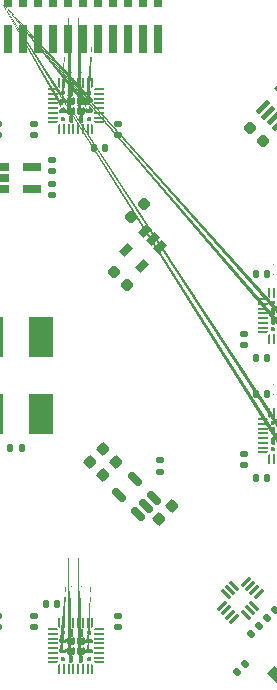
<source format=gbr>
G04 #@! TF.GenerationSoftware,KiCad,Pcbnew,5.99.0-unknown-243631a095~131~ubuntu18.04.1*
G04 #@! TF.CreationDate,2021-09-05T03:56:40+03:00*
G04 #@! TF.ProjectId,FreeEEG128-alpha,46726565-4545-4473-9132-382d616c7068,rev?*
G04 #@! TF.SameCoordinates,Original*
G04 #@! TF.FileFunction,Paste,Top*
G04 #@! TF.FilePolarity,Positive*
%FSLAX46Y46*%
G04 Gerber Fmt 4.6, Leading zero omitted, Abs format (unit mm)*
G04 Created by KiCad (PCBNEW 5.99.0-unknown-243631a095~131~ubuntu18.04.1) date 2021-09-05 03:56:40*
%MOMM*%
%LPD*%
G01*
G04 APERTURE LIST*
G04 Aperture macros list*
%AMRoundRect*
0 Rectangle with rounded corners*
0 $1 Rounding radius*
0 $2 $3 $4 $5 $6 $7 $8 $9 X,Y pos of 4 corners*
0 Add a 4 corners polygon primitive as box body*
4,1,4,$2,$3,$4,$5,$6,$7,$8,$9,$2,$3,0*
0 Add four circle primitives for the rounded corners*
1,1,$1+$1,$2,$3*
1,1,$1+$1,$4,$5*
1,1,$1+$1,$6,$7*
1,1,$1+$1,$8,$9*
0 Add four rect primitives between the rounded corners*
20,1,$1+$1,$2,$3,$4,$5,0*
20,1,$1+$1,$4,$5,$6,$7,0*
20,1,$1+$1,$6,$7,$8,$9,0*
20,1,$1+$1,$8,$9,$2,$3,0*%
%AMRotRect*
0 Rectangle, with rotation*
0 The origin of the aperture is its center*
0 $1 length*
0 $2 width*
0 $3 Rotation angle, in degrees counterclockwise*
0 Add horizontal line*
21,1,$1,$2,0,0,$3*%
%AMFreePoly0*
4,1,51,0.155869,0.189091,0.163498,0.190299,0.183473,0.180121,0.204796,0.173193,0.209336,0.166944,0.216219,0.163437,0.314605,0.065053,0.318113,0.058169,0.324361,0.053629,0.331288,0.032309,0.341467,0.012332,0.340259,0.004702,0.342646,-0.002645,0.342646,-0.095739,0.337960,-0.110161,0.337960,-0.125324,0.329047,-0.137592,0.324361,-0.152013,0.312094,-0.160926,0.303181,-0.173193,
0.288760,-0.177879,0.276492,-0.186792,0.261329,-0.186792,0.246907,-0.191478,-0.246907,-0.191478,-0.261329,-0.186792,-0.276492,-0.186792,-0.288760,-0.177879,-0.303181,-0.173193,-0.312094,-0.160926,-0.324361,-0.152013,-0.329047,-0.137592,-0.337960,-0.125324,-0.337960,-0.110161,-0.342646,-0.095739,-0.342646,-0.002645,-0.340259,0.004702,-0.341467,0.012332,-0.331289,0.032307,-0.324361,0.053629,
-0.318111,0.058170,-0.314604,0.065053,-0.216219,0.163437,-0.209336,0.166944,-0.204796,0.173193,-0.183473,0.180121,-0.163498,0.190299,-0.155869,0.189091,-0.148522,0.191478,0.148522,0.191478,0.155869,0.189091,0.155869,0.189091,$1*%
%AMFreePoly1*
4,1,51,0.004702,0.340259,0.012332,0.341467,0.032307,0.331289,0.053629,0.324361,0.058170,0.318111,0.065053,0.314604,0.163437,0.216219,0.166944,0.209336,0.173193,0.204796,0.180121,0.183473,0.190299,0.163498,0.189091,0.155869,0.191478,0.148522,0.191478,-0.148522,0.189091,-0.155869,0.190299,-0.163498,0.180121,-0.183473,0.173193,-0.204796,0.166944,-0.209336,0.163437,-0.216219,
0.065053,-0.314604,0.058170,-0.318111,0.053629,-0.324361,0.032307,-0.331289,0.012332,-0.341467,0.004702,-0.340259,-0.002645,-0.342646,-0.095739,-0.342646,-0.110161,-0.337960,-0.125324,-0.337960,-0.137592,-0.329047,-0.152013,-0.324361,-0.160926,-0.312094,-0.173193,-0.303181,-0.177879,-0.288760,-0.186792,-0.276492,-0.186792,-0.261329,-0.191478,-0.246907,-0.191478,0.246907,-0.186792,0.261329,
-0.186792,0.276492,-0.177879,0.288760,-0.173193,0.303181,-0.160926,0.312094,-0.152013,0.324361,-0.137592,0.329047,-0.125324,0.337960,-0.110161,0.337960,-0.095739,0.342646,-0.002645,0.342646,0.004702,0.340259,0.004702,0.340259,$1*%
%AMFreePoly2*
4,1,57,0.195015,0.341746,0.197191,0.342329,0.200525,0.340774,0.218481,0.337608,0.232451,0.325886,0.248978,0.318179,0.318179,0.248978,0.321152,0.244733,0.323103,0.243606,0.324361,0.240149,0.334819,0.225214,0.336409,0.207049,0.342646,0.189911,0.342646,-0.189911,0.341746,-0.195015,0.342329,-0.197191,0.340774,-0.200525,0.337608,-0.218481,0.325886,-0.232451,0.318179,-0.248978,
0.248978,-0.318179,0.244733,-0.321152,0.243606,-0.323103,0.240149,-0.324361,0.225214,-0.334819,0.207049,-0.336409,0.189911,-0.342646,-0.189911,-0.342646,-0.195015,-0.341746,-0.197191,-0.342329,-0.200525,-0.340774,-0.218481,-0.337608,-0.232451,-0.325886,-0.248978,-0.318179,-0.318179,-0.248978,-0.321152,-0.244733,-0.323103,-0.243606,-0.324361,-0.240149,-0.334819,-0.225214,-0.336409,-0.207049,
-0.342646,-0.189911,-0.342646,0.189911,-0.341746,0.195015,-0.342329,0.197191,-0.340774,0.200525,-0.337608,0.218481,-0.325886,0.232451,-0.318179,0.248978,-0.248978,0.318179,-0.244733,0.321152,-0.243606,0.323103,-0.240149,0.324361,-0.225214,0.334819,-0.207049,0.336409,-0.189911,0.342646,0.189911,0.342646,0.195015,0.341746,0.195015,0.341746,$1*%
%AMFreePoly3*
4,1,48,0.110161,0.186792,0.125324,0.186792,0.137592,0.177879,0.152013,0.173193,0.160926,0.160926,0.173193,0.152013,0.177879,0.137592,0.186792,0.125324,0.186792,0.110161,0.191478,0.095739,0.191478,-0.095739,0.186792,-0.110161,0.186792,-0.125324,0.177879,-0.137592,0.173193,-0.152013,0.160926,-0.160926,0.152013,-0.173193,0.137592,-0.177879,0.125324,-0.186792,0.110161,-0.186792,
0.095739,-0.191478,-0.095739,-0.191478,-0.110161,-0.186792,-0.125324,-0.186792,-0.137592,-0.177879,-0.152013,-0.173193,-0.160926,-0.160926,-0.173193,-0.152013,-0.177879,-0.137592,-0.186792,-0.125324,-0.186792,-0.110161,-0.191478,-0.095739,-0.191478,-0.038978,-0.189091,-0.031631,-0.190299,-0.024001,-0.180120,-0.004024,-0.173193,0.017296,-0.166945,0.021836,-0.163437,0.028720,-0.028719,0.163437,
-0.021836,0.166944,-0.017296,0.173193,0.004027,0.180121,0.024002,0.190299,0.031631,0.189091,0.038978,0.191478,0.095739,0.191478,0.110161,0.186792,0.110161,0.186792,$1*%
%AMFreePoly4*
4,1,51,0.261329,0.186792,0.276492,0.186792,0.288760,0.177879,0.303181,0.173193,0.312094,0.160926,0.324361,0.152013,0.329047,0.137592,0.337960,0.125324,0.337960,0.110161,0.342646,0.095739,0.342646,0.002645,0.340259,-0.004702,0.341467,-0.012332,0.331288,-0.032309,0.324361,-0.053629,0.318113,-0.058169,0.314605,-0.065053,0.216219,-0.163437,0.209336,-0.166944,0.204796,-0.173193,
0.183473,-0.180121,0.163498,-0.190299,0.155869,-0.189091,0.148522,-0.191478,-0.148522,-0.191478,-0.155869,-0.189091,-0.163498,-0.190299,-0.183473,-0.180121,-0.204796,-0.173193,-0.209336,-0.166944,-0.216219,-0.163437,-0.314604,-0.065053,-0.318111,-0.058170,-0.324361,-0.053629,-0.331289,-0.032307,-0.341467,-0.012332,-0.340259,-0.004702,-0.342646,0.002645,-0.342646,0.095739,-0.337960,0.110161,
-0.337960,0.125324,-0.329047,0.137592,-0.324361,0.152013,-0.312094,0.160926,-0.303181,0.173193,-0.288760,0.177879,-0.276492,0.186792,-0.261329,0.186792,-0.246907,0.191478,0.246907,0.191478,0.261329,0.186792,0.261329,0.186792,$1*%
%AMFreePoly5*
4,1,48,-0.031631,0.189091,-0.024001,0.190299,-0.004024,0.180120,0.017296,0.173193,0.021836,0.166945,0.028720,0.163437,0.163437,0.028719,0.166944,0.021836,0.173193,0.017296,0.180121,-0.004027,0.190299,-0.024002,0.189091,-0.031631,0.191478,-0.038978,0.191478,-0.095739,0.186792,-0.110161,0.186792,-0.125324,0.177879,-0.137592,0.173193,-0.152013,0.160926,-0.160926,0.152013,-0.173193,
0.137592,-0.177879,0.125324,-0.186792,0.110161,-0.186792,0.095739,-0.191478,-0.095739,-0.191478,-0.110161,-0.186792,-0.125324,-0.186792,-0.137592,-0.177879,-0.152013,-0.173193,-0.160926,-0.160926,-0.173193,-0.152013,-0.177879,-0.137592,-0.186792,-0.125324,-0.186792,-0.110161,-0.191478,-0.095739,-0.191478,0.095739,-0.186792,0.110161,-0.186792,0.125324,-0.177879,0.137592,-0.173193,0.152013,
-0.160926,0.160926,-0.152013,0.173193,-0.137592,0.177879,-0.125324,0.186792,-0.110161,0.186792,-0.095739,0.191478,-0.038978,0.191478,-0.031631,0.189091,-0.031631,0.189091,$1*%
%AMFreePoly6*
4,1,51,0.110161,0.337960,0.125324,0.337960,0.137592,0.329047,0.152013,0.324361,0.160926,0.312094,0.173193,0.303181,0.177879,0.288760,0.186792,0.276492,0.186792,0.261329,0.191478,0.246907,0.191478,-0.246907,0.186792,-0.261329,0.186792,-0.276492,0.177879,-0.288760,0.173193,-0.303181,0.160926,-0.312094,0.152013,-0.324361,0.137592,-0.329047,0.125324,-0.337960,0.110161,-0.337960,
0.095739,-0.342646,0.002645,-0.342646,-0.004702,-0.340259,-0.012332,-0.341467,-0.032309,-0.331288,-0.053629,-0.324361,-0.058169,-0.318113,-0.065053,-0.314605,-0.163437,-0.216219,-0.166944,-0.209336,-0.173193,-0.204796,-0.180121,-0.183473,-0.190299,-0.163498,-0.189091,-0.155869,-0.191478,-0.148522,-0.191478,0.148522,-0.189091,0.155869,-0.190299,0.163498,-0.180121,0.183473,-0.173193,0.204796,
-0.166944,0.209336,-0.163437,0.216219,-0.065053,0.314605,-0.058169,0.318113,-0.053629,0.324361,-0.032309,0.331288,-0.012332,0.341467,-0.004702,0.340259,0.002645,0.342646,0.095739,0.342646,0.110161,0.337960,0.110161,0.337960,$1*%
%AMFreePoly7*
4,1,48,0.110161,0.186792,0.125324,0.186792,0.137592,0.177879,0.152013,0.173193,0.160926,0.160926,0.173193,0.152013,0.177879,0.137592,0.186792,0.125324,0.186792,0.110161,0.191478,0.095739,0.191478,-0.095739,0.186792,-0.110161,0.186792,-0.125324,0.177879,-0.137592,0.173193,-0.152013,0.160926,-0.160926,0.152013,-0.173193,0.137592,-0.177879,0.125324,-0.186792,0.110161,-0.186792,
0.095739,-0.191478,0.038978,-0.191478,0.031631,-0.189091,0.024002,-0.190299,0.004027,-0.180121,-0.017296,-0.173193,-0.021836,-0.166944,-0.028719,-0.163437,-0.163437,-0.028720,-0.166945,-0.021836,-0.173193,-0.017296,-0.180120,0.004024,-0.190299,0.024001,-0.189091,0.031631,-0.191478,0.038978,-0.191478,0.095739,-0.186792,0.110161,-0.186792,0.125324,-0.177879,0.137592,-0.173193,0.152013,
-0.160926,0.160926,-0.152013,0.173193,-0.137592,0.177879,-0.125324,0.186792,-0.110161,0.186792,-0.095739,0.191478,0.095739,0.191478,0.110161,0.186792,0.110161,0.186792,$1*%
%AMFreePoly8*
4,1,48,0.110161,0.186792,0.125324,0.186792,0.137592,0.177879,0.152013,0.173193,0.160926,0.160926,0.173193,0.152013,0.177879,0.137592,0.186792,0.125324,0.186792,0.110161,0.191478,0.095739,0.191478,0.038978,0.189091,0.031631,0.190299,0.024002,0.180121,0.004027,0.173193,-0.017296,0.166944,-0.021836,0.163437,-0.028719,0.028720,-0.163437,0.021836,-0.166945,0.017296,-0.173193,
-0.004024,-0.180120,-0.024001,-0.190299,-0.031631,-0.189091,-0.038978,-0.191478,-0.095739,-0.191478,-0.110161,-0.186792,-0.125324,-0.186792,-0.137592,-0.177879,-0.152013,-0.173193,-0.160926,-0.160926,-0.173193,-0.152013,-0.177879,-0.137592,-0.186792,-0.125324,-0.186792,-0.110161,-0.191478,-0.095739,-0.191478,0.095739,-0.186792,0.110161,-0.186792,0.125324,-0.177879,0.137592,-0.173193,0.152013,
-0.160926,0.160926,-0.152013,0.173193,-0.137592,0.177879,-0.125324,0.186792,-0.110161,0.186792,-0.095739,0.191478,0.095739,0.191478,0.110161,0.186792,0.110161,0.186792,$1*%
%AMFreePoly9*
4,1,15,0.314644,0.085355,0.385355,0.014645,0.385355,0.014644,0.400000,-0.020711,0.400000,-0.050000,0.385355,-0.085355,0.350000,-0.100000,-0.350000,-0.100000,-0.385355,-0.085355,-0.400000,-0.050000,-0.400000,0.050000,-0.385355,0.085355,-0.350000,0.100000,0.279289,0.100000,0.314644,0.085355,0.314644,0.085355,$1*%
%AMFreePoly10*
4,1,15,0.385355,0.085355,0.400000,0.050000,0.400000,0.020711,0.397487,0.014645,0.385355,-0.014645,0.314644,-0.085355,0.279289,-0.100000,-0.350000,-0.100000,-0.385355,-0.085355,-0.400000,-0.050000,-0.400000,0.050000,-0.385355,0.085355,-0.350000,0.100000,0.350000,0.100000,0.385355,0.085355,0.385355,0.085355,$1*%
%AMFreePoly11*
4,1,15,0.085355,0.385355,0.100000,0.350000,0.100000,-0.350000,0.085355,-0.385355,0.050000,-0.400000,-0.050000,-0.400000,-0.085355,-0.385355,-0.100000,-0.350000,-0.100000,0.279289,-0.085355,0.314644,-0.014645,0.385355,-0.004289,0.389644,0.020711,0.400000,0.050000,0.400000,0.085355,0.385355,0.085355,0.385355,$1*%
%AMFreePoly12*
4,1,15,0.014644,0.385355,0.085355,0.314645,0.085355,0.314644,0.100000,0.279289,0.100000,-0.350000,0.085355,-0.385355,0.050000,-0.400000,-0.050000,-0.400000,-0.085355,-0.385355,-0.100000,-0.350000,-0.100000,0.350000,-0.085355,0.385355,-0.050000,0.400000,-0.020711,0.400000,0.014644,0.385355,0.014644,0.385355,$1*%
%AMFreePoly13*
4,1,15,0.385355,0.085355,0.400000,0.050000,0.400000,-0.050000,0.385355,-0.085355,0.350000,-0.100000,-0.279289,-0.100000,-0.304289,-0.089644,-0.314645,-0.085355,-0.385355,-0.014644,-0.400000,0.020711,-0.400000,0.050000,-0.385355,0.085355,-0.350000,0.100000,0.350000,0.100000,0.385355,0.085355,0.385355,0.085355,$1*%
%AMFreePoly14*
4,1,15,0.385355,0.085355,0.400000,0.050000,0.400000,-0.050000,0.385355,-0.085355,0.350000,-0.100000,-0.350000,-0.100000,-0.385355,-0.085355,-0.400000,-0.050000,-0.400000,-0.020711,-0.385355,0.014644,-0.314645,0.085355,-0.304289,0.089644,-0.279289,0.100000,0.350000,0.100000,0.385355,0.085355,0.385355,0.085355,$1*%
%AMFreePoly15*
4,1,15,0.085355,0.385355,0.100000,0.350000,0.100000,-0.279289,0.091421,-0.300000,0.085355,-0.314645,0.014644,-0.385355,-0.020711,-0.400000,-0.050000,-0.400000,-0.085355,-0.385355,-0.100000,-0.350000,-0.100000,0.350000,-0.085355,0.385355,-0.050000,0.400000,0.050000,0.400000,0.085355,0.385355,0.085355,0.385355,$1*%
%AMFreePoly16*
4,1,15,0.085355,0.385355,0.100000,0.350000,0.100000,-0.350000,0.085355,-0.385355,0.050000,-0.400000,0.020711,-0.400000,-0.004289,-0.389644,-0.014645,-0.385355,-0.085355,-0.314644,-0.100000,-0.279289,-0.100000,0.350000,-0.085355,0.385355,-0.050000,0.400000,0.050000,0.400000,0.085355,0.385355,0.085355,0.385355,$1*%
G04 Aperture macros list end*
%ADD10RotRect,1.075000X0.250000X45.000000*%
%ADD11RotRect,0.250000X1.075000X45.000000*%
%ADD12RoundRect,0.147500X-0.226274X-0.017678X-0.017678X-0.226274X0.226274X0.017678X0.017678X0.226274X0*%
%ADD13RoundRect,0.147500X0.017678X-0.226274X0.226274X-0.017678X-0.017678X0.226274X-0.226274X0.017678X0*%
%ADD14RoundRect,0.218750X0.026517X-0.335876X0.335876X-0.026517X-0.026517X0.335876X-0.335876X0.026517X0*%
%ADD15RoundRect,0.147500X-0.017678X0.226274X-0.226274X0.017678X0.017678X-0.226274X0.226274X-0.017678X0*%
%ADD16RotRect,1.060000X0.650000X225.000000*%
%ADD17RotRect,2.280000X1.500000X135.000000*%
%ADD18RoundRect,0.147500X0.226274X0.017678X0.017678X0.226274X-0.226274X-0.017678X-0.017678X-0.226274X0*%
%ADD19RoundRect,0.218750X-0.335876X-0.026517X-0.026517X-0.335876X0.335876X0.026517X0.026517X0.335876X0*%
%ADD20RotRect,0.400000X1.350000X135.000000*%
%ADD21RotRect,1.500000X1.900000X135.000000*%
%ADD22RotRect,0.900000X1.700000X225.000000*%
%ADD23RotRect,1.750000X1.800000X225.000000*%
%ADD24R,2.000000X3.500000*%
%ADD25RotRect,0.900000X1.700000X45.000000*%
%ADD26RoundRect,0.218750X0.335876X0.026517X0.026517X0.335876X-0.335876X-0.026517X-0.026517X-0.335876X0*%
%ADD27RotRect,1.500000X0.600000X135.000000*%
%ADD28RoundRect,0.140000X-0.170000X0.140000X-0.170000X-0.140000X0.170000X-0.140000X0.170000X0.140000X0*%
%ADD29RoundRect,0.140000X0.140000X0.170000X-0.140000X0.170000X-0.140000X-0.170000X0.140000X-0.170000X0*%
%ADD30RoundRect,0.140000X-0.140000X-0.170000X0.140000X-0.170000X0.140000X0.170000X-0.140000X0.170000X0*%
%ADD31FreePoly0,180.000000*%
%ADD32FreePoly1,180.000000*%
%ADD33FreePoly2,180.000000*%
%ADD34FreePoly3,180.000000*%
%ADD35FreePoly4,180.000000*%
%ADD36FreePoly5,180.000000*%
%ADD37FreePoly6,180.000000*%
%ADD38FreePoly7,180.000000*%
%ADD39FreePoly8,180.000000*%
%ADD40FreePoly9,180.000000*%
%ADD41RoundRect,0.050000X0.350000X0.050000X-0.350000X0.050000X-0.350000X-0.050000X0.350000X-0.050000X0*%
%ADD42FreePoly10,180.000000*%
%ADD43FreePoly11,180.000000*%
%ADD44RoundRect,0.050000X0.050000X0.350000X-0.050000X0.350000X-0.050000X-0.350000X0.050000X-0.350000X0*%
%ADD45FreePoly12,180.000000*%
%ADD46FreePoly13,180.000000*%
%ADD47FreePoly14,180.000000*%
%ADD48FreePoly15,180.000000*%
%ADD49FreePoly16,180.000000*%
%ADD50RoundRect,0.140000X0.170000X-0.140000X0.170000X0.140000X-0.170000X0.140000X-0.170000X-0.140000X0*%
%ADD51R,2.400000X0.740000*%
%ADD52FreePoly7,270.000000*%
%ADD53FreePoly6,270.000000*%
%ADD54FreePoly2,270.000000*%
%ADD55FreePoly4,270.000000*%
%ADD56FreePoly0,270.000000*%
%ADD57FreePoly1,270.000000*%
%ADD58FreePoly5,270.000000*%
%ADD59FreePoly8,270.000000*%
%ADD60FreePoly3,270.000000*%
%ADD61FreePoly9,270.000000*%
%ADD62RoundRect,0.050000X-0.050000X0.350000X-0.050000X-0.350000X0.050000X-0.350000X0.050000X0.350000X0*%
%ADD63FreePoly10,270.000000*%
%ADD64FreePoly11,270.000000*%
%ADD65RoundRect,0.050000X-0.350000X0.050000X-0.350000X-0.050000X0.350000X-0.050000X0.350000X0.050000X0*%
%ADD66FreePoly12,270.000000*%
%ADD67FreePoly13,270.000000*%
%ADD68FreePoly14,270.000000*%
%ADD69FreePoly15,270.000000*%
%ADD70FreePoly16,270.000000*%
%ADD71RoundRect,0.135000X-0.185000X0.135000X-0.185000X-0.135000X0.185000X-0.135000X0.185000X0.135000X0*%
%ADD72RoundRect,0.225000X0.335876X0.017678X0.017678X0.335876X-0.335876X-0.017678X-0.017678X-0.335876X0*%
%ADD73FreePoly4,0.000000*%
%ADD74FreePoly2,0.000000*%
%ADD75FreePoly8,0.000000*%
%ADD76FreePoly6,0.000000*%
%ADD77FreePoly7,0.000000*%
%ADD78FreePoly0,0.000000*%
%ADD79FreePoly1,0.000000*%
%ADD80FreePoly3,0.000000*%
%ADD81FreePoly5,0.000000*%
%ADD82FreePoly9,0.000000*%
%ADD83RoundRect,0.050000X-0.350000X-0.050000X0.350000X-0.050000X0.350000X0.050000X-0.350000X0.050000X0*%
%ADD84FreePoly10,0.000000*%
%ADD85FreePoly11,0.000000*%
%ADD86RoundRect,0.050000X-0.050000X-0.350000X0.050000X-0.350000X0.050000X0.350000X-0.050000X0.350000X0*%
%ADD87FreePoly12,0.000000*%
%ADD88FreePoly13,0.000000*%
%ADD89FreePoly14,0.000000*%
%ADD90FreePoly15,0.000000*%
%ADD91FreePoly16,0.000000*%
%ADD92R,1.560000X0.650000*%
%ADD93FreePoly2,90.000000*%
%ADD94FreePoly8,90.000000*%
%ADD95FreePoly7,90.000000*%
%ADD96FreePoly0,90.000000*%
%ADD97FreePoly1,90.000000*%
%ADD98FreePoly3,90.000000*%
%ADD99FreePoly4,90.000000*%
%ADD100FreePoly6,90.000000*%
%ADD101FreePoly5,90.000000*%
%ADD102FreePoly9,90.000000*%
%ADD103RoundRect,0.050000X0.050000X-0.350000X0.050000X0.350000X-0.050000X0.350000X-0.050000X-0.350000X0*%
%ADD104FreePoly10,90.000000*%
%ADD105FreePoly11,90.000000*%
%ADD106RoundRect,0.050000X0.350000X-0.050000X0.350000X0.050000X-0.350000X0.050000X-0.350000X-0.050000X0*%
%ADD107FreePoly12,90.000000*%
%ADD108FreePoly13,90.000000*%
%ADD109FreePoly14,90.000000*%
%ADD110FreePoly15,90.000000*%
%ADD111FreePoly16,90.000000*%
%ADD112RoundRect,0.225000X-0.017678X0.335876X-0.335876X0.017678X0.017678X-0.335876X0.335876X-0.017678X0*%
%ADD113RoundRect,0.150000X0.468458X-0.256326X-0.256326X0.468458X-0.468458X0.256326X0.256326X-0.468458X0*%
%ADD114R,0.740000X2.400000*%
%ADD115RoundRect,0.135000X0.135000X0.185000X-0.135000X0.185000X-0.135000X-0.185000X0.135000X-0.185000X0*%
G04 APERTURE END LIST*
D10*
X17431002Y-19506752D03*
X17784556Y-19860305D03*
X18138109Y-20213858D03*
X18491662Y-20567412D03*
D11*
X19499290Y-20213858D03*
X19852843Y-19860305D03*
X20206396Y-19506752D03*
D10*
X20559950Y-18499124D03*
X20206396Y-18145571D03*
X19852843Y-17792018D03*
X19499290Y-17438464D03*
D11*
X18491662Y-17792018D03*
X18138109Y-18145571D03*
X17784556Y-18499124D03*
D12*
X-24599947Y15963947D03*
X-23914053Y15278053D03*
D13*
X-9512347Y-16014747D03*
X-8826453Y-15328853D03*
D14*
X9730153Y13463953D03*
X10843847Y14577647D03*
D13*
X18707053Y-25107947D03*
X19392947Y-24422053D03*
X-23202947Y-25107947D03*
X-22517053Y-24422053D03*
D15*
X-21882053Y-20612053D03*
X-22567947Y-21297947D03*
X-7505653Y-11493453D03*
X-8191547Y-12179347D03*
D16*
X12244569Y10887094D03*
X11572817Y11558845D03*
X10901066Y12230597D03*
X9345431Y10674962D03*
X10688934Y9331459D03*
D13*
X24422053Y-19392947D03*
X25107947Y-18707053D03*
D17*
X-10126969Y-12813975D03*
X-12813975Y-10126969D03*
X-14511031Y-11824025D03*
X-11824025Y-14511031D03*
D18*
X-16421053Y-10020347D03*
X-17106947Y-9334453D03*
D19*
X19788553Y20953047D03*
X20902247Y19839353D03*
D20*
X22745095Y20887874D03*
X22285476Y21347493D03*
X21825856Y21807112D03*
X21366237Y22266732D03*
X20906618Y22726351D03*
D21*
X23027938Y24423407D03*
X24442151Y23009194D03*
D22*
X22157082Y-25467918D03*
X19752918Y-27872082D03*
D23*
X-7340600Y-7391400D03*
X-9638698Y-9689498D03*
D24*
X2100000Y-3250000D03*
X2100000Y3250000D03*
X-2100000Y3250000D03*
X-2100000Y-3250000D03*
D15*
X-20612053Y-21882053D03*
X-21297947Y-22567947D03*
D13*
X19922529Y-21885885D03*
X20608423Y-21199991D03*
D15*
X-8267653Y-10756853D03*
X-8953547Y-11442747D03*
D25*
X25467918Y-22157082D03*
X27872082Y-19752918D03*
D15*
X21983747Y-19824653D03*
X21297853Y-20510547D03*
D18*
X-11468053Y-8851947D03*
X-12153947Y-8166053D03*
D26*
X9446847Y7684181D03*
X8333153Y8797875D03*
D13*
X-25107947Y-23202947D03*
X-24422053Y-22517053D03*
D27*
X-16365043Y10078864D03*
X-15467017Y10976889D03*
X-14568992Y11874915D03*
X-13670966Y12772941D03*
X-12772941Y13670966D03*
X-11874915Y14568992D03*
X-10976889Y15467017D03*
X-10078864Y16365043D03*
X-16654957Y22941136D03*
X-17552983Y22043111D03*
X-18451008Y21145085D03*
X-19349034Y20247059D03*
X-20247059Y19349034D03*
X-21145085Y18451008D03*
X-22043111Y17552983D03*
X-22941136Y16654957D03*
D13*
X-15074947Y9182053D03*
X-14389053Y9867947D03*
D28*
X19304000Y-6632000D03*
X19304000Y-7592000D03*
D29*
X3528000Y-19304000D03*
X2568000Y-19304000D03*
X21308000Y1524000D03*
X20348000Y1524000D03*
X21308000Y-8636000D03*
X20348000Y-8636000D03*
D30*
X-21308000Y-1524000D03*
X-20348000Y-1524000D03*
D31*
X23285000Y6167500D03*
D32*
X23947500Y5505000D03*
D33*
X23285000Y5505000D03*
X23285000Y4655000D03*
D32*
X23947500Y4655000D03*
D34*
X21772500Y6167500D03*
D35*
X23285000Y3992500D03*
D36*
X23947500Y6167500D03*
D37*
X21772500Y4655000D03*
D33*
X22435000Y5505000D03*
D31*
X22435000Y6167500D03*
D38*
X21772500Y3992500D03*
D35*
X22435000Y3992500D03*
D33*
X22435000Y4655000D03*
D39*
X23947500Y3992500D03*
D37*
X21772500Y5505000D03*
D40*
X24810000Y3680000D03*
D41*
X24810000Y4080000D03*
X24810000Y4480000D03*
X24810000Y4880000D03*
X24810000Y5280000D03*
X24810000Y5680000D03*
X24810000Y6080000D03*
D42*
X24810000Y6480000D03*
D43*
X24260000Y7030000D03*
D44*
X23860000Y7030000D03*
X23460000Y7030000D03*
X23060000Y7030000D03*
X22660000Y7030000D03*
X22260000Y7030000D03*
X21860000Y7030000D03*
D45*
X21460000Y7030000D03*
D46*
X20910000Y6480000D03*
D41*
X20910000Y6080000D03*
X20910000Y5680000D03*
X20910000Y5280000D03*
X20910000Y4880000D03*
X20910000Y4480000D03*
X20910000Y4080000D03*
D47*
X20910000Y3680000D03*
D48*
X21460000Y3130000D03*
D44*
X21860000Y3130000D03*
X22260000Y3130000D03*
X22660000Y3130000D03*
X23060000Y3130000D03*
X23460000Y3130000D03*
X23860000Y3130000D03*
D49*
X24260000Y3130000D03*
D50*
X-19304000Y-3528000D03*
X-19304000Y-2568000D03*
D51*
X28530000Y12065000D03*
X32430000Y12065000D03*
X28530000Y10795000D03*
X32430000Y10795000D03*
X28530000Y9525000D03*
X32430000Y9525000D03*
X28530000Y8255000D03*
X32430000Y8255000D03*
X28530000Y6985000D03*
X32430000Y6985000D03*
X28530000Y5715000D03*
X32430000Y5715000D03*
X28530000Y4445000D03*
X32430000Y4445000D03*
X28530000Y3175000D03*
X32430000Y3175000D03*
X28530000Y1905000D03*
X32430000Y1905000D03*
X28530000Y635000D03*
X32430000Y635000D03*
X28530000Y-635000D03*
X32430000Y-635000D03*
X28530000Y-1905000D03*
X32430000Y-1905000D03*
X28530000Y-3175000D03*
X32430000Y-3175000D03*
X28530000Y-4445000D03*
X32430000Y-4445000D03*
X28530000Y-5715000D03*
X32430000Y-5715000D03*
X28530000Y-6985000D03*
X32430000Y-6985000D03*
X28530000Y-8255000D03*
X32430000Y-8255000D03*
X28530000Y-9525000D03*
X32430000Y-9525000D03*
X28530000Y-10795000D03*
X32430000Y-10795000D03*
X28530000Y-12065000D03*
X32430000Y-12065000D03*
D30*
X6632000Y19304000D03*
X7592000Y19304000D03*
X-21308000Y1524000D03*
X-20348000Y1524000D03*
X-21308000Y8636000D03*
X-20348000Y8636000D03*
D52*
X-3992500Y21772500D03*
D53*
X-4655000Y21772500D03*
D54*
X-5505000Y22435000D03*
D55*
X-3992500Y22435000D03*
D56*
X-6167500Y23285000D03*
D54*
X-5505000Y23285000D03*
D56*
X-6167500Y22435000D03*
D57*
X-5505000Y23947500D03*
D54*
X-4655000Y23285000D03*
D55*
X-3992500Y23285000D03*
D57*
X-4655000Y23947500D03*
D53*
X-5505000Y21772500D03*
D58*
X-6167500Y23947500D03*
D59*
X-3992500Y23947500D03*
D54*
X-4655000Y22435000D03*
D60*
X-6167500Y21772500D03*
D61*
X-3680000Y24810000D03*
D62*
X-4080000Y24810000D03*
X-4480000Y24810000D03*
X-4880000Y24810000D03*
X-5280000Y24810000D03*
X-5680000Y24810000D03*
X-6080000Y24810000D03*
D63*
X-6480000Y24810000D03*
D64*
X-7030000Y24260000D03*
D65*
X-7030000Y23860000D03*
X-7030000Y23460000D03*
X-7030000Y23060000D03*
X-7030000Y22660000D03*
X-7030000Y22260000D03*
X-7030000Y21860000D03*
D66*
X-7030000Y21460000D03*
D67*
X-6480000Y20910000D03*
D62*
X-6080000Y20910000D03*
X-5680000Y20910000D03*
X-5280000Y20910000D03*
X-4880000Y20910000D03*
X-4480000Y20910000D03*
X-4080000Y20910000D03*
D68*
X-3680000Y20910000D03*
D69*
X-3130000Y21460000D03*
D65*
X-3130000Y21860000D03*
X-3130000Y22260000D03*
X-3130000Y22660000D03*
X-3130000Y23060000D03*
X-3130000Y23460000D03*
X-3130000Y23860000D03*
D70*
X-3130000Y24260000D03*
D30*
X-3528000Y19304000D03*
X-2568000Y19304000D03*
D51*
X-28530000Y-12065000D03*
X-32430000Y-12065000D03*
X-28530000Y-10795000D03*
X-32430000Y-10795000D03*
X-28530000Y-9525000D03*
X-32430000Y-9525000D03*
X-28530000Y-8255000D03*
X-32430000Y-8255000D03*
X-28530000Y-6985000D03*
X-32430000Y-6985000D03*
X-28530000Y-5715000D03*
X-32430000Y-5715000D03*
X-28530000Y-4445000D03*
X-32430000Y-4445000D03*
X-28530000Y-3175000D03*
X-32430000Y-3175000D03*
X-28530000Y-1905000D03*
X-32430000Y-1905000D03*
X-28530000Y-635000D03*
X-32430000Y-635000D03*
X-28530000Y635000D03*
X-32430000Y635000D03*
X-28530000Y1905000D03*
X-32430000Y1905000D03*
X-28530000Y3175000D03*
X-32430000Y3175000D03*
X-28530000Y4445000D03*
X-32430000Y4445000D03*
X-28530000Y5715000D03*
X-32430000Y5715000D03*
X-28530000Y6985000D03*
X-32430000Y6985000D03*
X-28530000Y8255000D03*
X-32430000Y8255000D03*
X-28530000Y9525000D03*
X-32430000Y9525000D03*
X-28530000Y10795000D03*
X-32430000Y10795000D03*
X-28530000Y12065000D03*
X-32430000Y12065000D03*
D28*
X3048000Y18260000D03*
X3048000Y17300000D03*
X-8636000Y21308000D03*
X-8636000Y20348000D03*
D71*
X-4064000Y510000D03*
X-4064000Y-510000D03*
D50*
X-1524000Y-21308000D03*
X-1524000Y-20348000D03*
X1524000Y-21308000D03*
X1524000Y-20348000D03*
D28*
X8636000Y21308000D03*
X8636000Y20348000D03*
X19304000Y3528000D03*
X19304000Y2568000D03*
X-1524000Y21308000D03*
X-1524000Y20348000D03*
D31*
X22435000Y-3992500D03*
D33*
X22435000Y-5505000D03*
X22435000Y-4655000D03*
D37*
X21772500Y-4655000D03*
D32*
X23947500Y-4655000D03*
X23947500Y-5505000D03*
D31*
X23285000Y-3992500D03*
D35*
X22435000Y-6167500D03*
D36*
X23947500Y-3992500D03*
D33*
X23285000Y-4655000D03*
D37*
X21772500Y-5505000D03*
D38*
X21772500Y-6167500D03*
D39*
X23947500Y-6167500D03*
D34*
X21772500Y-3992500D03*
D33*
X23285000Y-5505000D03*
D35*
X23285000Y-6167500D03*
D40*
X24810000Y-6480000D03*
D41*
X24810000Y-6080000D03*
X24810000Y-5680000D03*
X24810000Y-5280000D03*
X24810000Y-4880000D03*
X24810000Y-4480000D03*
X24810000Y-4080000D03*
D42*
X24810000Y-3680000D03*
D43*
X24260000Y-3130000D03*
D44*
X23860000Y-3130000D03*
X23460000Y-3130000D03*
X23060000Y-3130000D03*
X22660000Y-3130000D03*
X22260000Y-3130000D03*
X21860000Y-3130000D03*
D45*
X21460000Y-3130000D03*
D46*
X20910000Y-3680000D03*
D41*
X20910000Y-4080000D03*
X20910000Y-4480000D03*
X20910000Y-4880000D03*
X20910000Y-5280000D03*
X20910000Y-5680000D03*
X20910000Y-6080000D03*
D47*
X20910000Y-6480000D03*
D48*
X21460000Y-7030000D03*
D44*
X21860000Y-7030000D03*
X22260000Y-7030000D03*
X22660000Y-7030000D03*
X23060000Y-7030000D03*
X23460000Y-7030000D03*
X23860000Y-7030000D03*
D49*
X24260000Y-7030000D03*
D50*
X-19304000Y6632000D03*
X-19304000Y7592000D03*
D72*
X7406008Y-8396608D03*
X6309992Y-7300592D03*
D73*
X-23285000Y-3992500D03*
D74*
X-23285000Y-4655000D03*
D75*
X-23947500Y-3992500D03*
D76*
X-21772500Y-5505000D03*
D77*
X-21772500Y-3992500D03*
D78*
X-22435000Y-6167500D03*
D79*
X-23947500Y-4655000D03*
D78*
X-23285000Y-6167500D03*
D74*
X-23285000Y-5505000D03*
D76*
X-21772500Y-4655000D03*
D74*
X-22435000Y-4655000D03*
D80*
X-21772500Y-6167500D03*
D73*
X-22435000Y-3992500D03*
D79*
X-23947500Y-5505000D03*
D74*
X-22435000Y-5505000D03*
D81*
X-23947500Y-6167500D03*
D82*
X-24810000Y-3680000D03*
D83*
X-24810000Y-4080000D03*
X-24810000Y-4480000D03*
X-24810000Y-4880000D03*
X-24810000Y-5280000D03*
X-24810000Y-5680000D03*
X-24810000Y-6080000D03*
D84*
X-24810000Y-6480000D03*
D85*
X-24260000Y-7030000D03*
D86*
X-23860000Y-7030000D03*
X-23460000Y-7030000D03*
X-23060000Y-7030000D03*
X-22660000Y-7030000D03*
X-22260000Y-7030000D03*
X-21860000Y-7030000D03*
D87*
X-21460000Y-7030000D03*
D88*
X-20910000Y-6480000D03*
D83*
X-20910000Y-6080000D03*
X-20910000Y-5680000D03*
X-20910000Y-5280000D03*
X-20910000Y-4880000D03*
X-20910000Y-4480000D03*
X-20910000Y-4080000D03*
D89*
X-20910000Y-3680000D03*
D90*
X-21460000Y-3130000D03*
D86*
X-21860000Y-3130000D03*
X-22260000Y-3130000D03*
X-22660000Y-3130000D03*
X-23060000Y-3130000D03*
X-23460000Y-3130000D03*
X-23860000Y-3130000D03*
D91*
X-24260000Y-3130000D03*
D50*
X3048000Y15268000D03*
X3048000Y16228000D03*
D30*
X-21308000Y-8636000D03*
X-20348000Y-8636000D03*
D92*
X-1350000Y17714000D03*
X-1350000Y16764000D03*
X-1350000Y15814000D03*
X1350000Y15814000D03*
X1350000Y17714000D03*
D50*
X-8636000Y-21308000D03*
X-8636000Y-20348000D03*
D93*
X-5505000Y-23285000D03*
D94*
X-6167500Y-23947500D03*
D95*
X-6167500Y-21772500D03*
D96*
X-3992500Y-23285000D03*
D97*
X-4655000Y-23947500D03*
D98*
X-3992500Y-21772500D03*
D99*
X-6167500Y-23285000D03*
D96*
X-3992500Y-22435000D03*
D100*
X-4655000Y-21772500D03*
D99*
X-6167500Y-22435000D03*
D97*
X-5505000Y-23947500D03*
D100*
X-5505000Y-21772500D03*
D93*
X-4655000Y-23285000D03*
X-4655000Y-22435000D03*
X-5505000Y-22435000D03*
D101*
X-3992500Y-23947500D03*
D102*
X-6480000Y-24810000D03*
D103*
X-6080000Y-24810000D03*
X-5680000Y-24810000D03*
X-5280000Y-24810000D03*
X-4880000Y-24810000D03*
X-4480000Y-24810000D03*
X-4080000Y-24810000D03*
D104*
X-3680000Y-24810000D03*
D105*
X-3130000Y-24260000D03*
D106*
X-3130000Y-23860000D03*
X-3130000Y-23460000D03*
X-3130000Y-23060000D03*
X-3130000Y-22660000D03*
X-3130000Y-22260000D03*
X-3130000Y-21860000D03*
D107*
X-3130000Y-21460000D03*
D108*
X-3680000Y-20910000D03*
D103*
X-4080000Y-20910000D03*
X-4480000Y-20910000D03*
X-4880000Y-20910000D03*
X-5280000Y-20910000D03*
X-5680000Y-20910000D03*
X-6080000Y-20910000D03*
D109*
X-6480000Y-20910000D03*
D110*
X-7030000Y-21460000D03*
D106*
X-7030000Y-21860000D03*
X-7030000Y-22260000D03*
X-7030000Y-22660000D03*
X-7030000Y-23060000D03*
X-7030000Y-23460000D03*
X-7030000Y-23860000D03*
D111*
X-7030000Y-24260000D03*
D112*
X13197208Y-11059792D03*
X12101192Y-12155808D03*
D71*
X12192000Y-7110000D03*
X12192000Y-8130000D03*
D113*
X10343383Y-11686885D03*
X11015134Y-11015134D03*
X11686885Y-10343383D03*
X10078217Y-8734715D03*
X8734715Y-10078217D03*
D29*
X-6632000Y-19304000D03*
X-7592000Y-19304000D03*
D114*
X12065000Y-28530000D03*
X12065000Y-32430000D03*
X10795000Y-28530000D03*
X10795000Y-32430000D03*
X9525000Y-28530000D03*
X9525000Y-32430000D03*
X8255000Y-28530000D03*
X8255000Y-32430000D03*
X6985000Y-28530000D03*
X6985000Y-32430000D03*
X5715000Y-28530000D03*
X5715000Y-32430000D03*
X4445000Y-28530000D03*
X4445000Y-32430000D03*
X3175000Y-28530000D03*
X3175000Y-32430000D03*
X1905000Y-28530000D03*
X1905000Y-32430000D03*
X635000Y-28530000D03*
X635000Y-32430000D03*
X-635000Y-28530000D03*
X-635000Y-32430000D03*
X-1905000Y-28530000D03*
X-1905000Y-32430000D03*
X-3175000Y-28530000D03*
X-3175000Y-32430000D03*
X-4445000Y-28530000D03*
X-4445000Y-32430000D03*
X-5715000Y-28530000D03*
X-5715000Y-32430000D03*
X-6985000Y-28530000D03*
X-6985000Y-32430000D03*
X-8255000Y-28530000D03*
X-8255000Y-32430000D03*
X-9525000Y-28530000D03*
X-9525000Y-32430000D03*
X-10795000Y-28530000D03*
X-10795000Y-32430000D03*
X-12065000Y-28530000D03*
X-12065000Y-32430000D03*
D50*
X8636000Y-21308000D03*
X8636000Y-20348000D03*
D29*
X21308000Y8636000D03*
X20348000Y8636000D03*
D114*
X-12065000Y28530000D03*
X-12065000Y32430000D03*
X-10795000Y28530000D03*
X-10795000Y32430000D03*
X-9525000Y28530000D03*
X-9525000Y32430000D03*
X-8255000Y28530000D03*
X-8255000Y32430000D03*
X-6985000Y28530000D03*
X-6985000Y32430000D03*
X-5715000Y28530000D03*
X-5715000Y32430000D03*
X-4445000Y28530000D03*
X-4445000Y32430000D03*
X-3175000Y28530000D03*
X-3175000Y32430000D03*
X-1905000Y28530000D03*
X-1905000Y32430000D03*
X-635000Y28530000D03*
X-635000Y32430000D03*
X635000Y28530000D03*
X635000Y32430000D03*
X1905000Y28530000D03*
X1905000Y32430000D03*
X3175000Y28530000D03*
X3175000Y32430000D03*
X4445000Y28530000D03*
X4445000Y32430000D03*
X5715000Y28530000D03*
X5715000Y32430000D03*
X6985000Y28530000D03*
X6985000Y32430000D03*
X8255000Y28530000D03*
X8255000Y32430000D03*
X9525000Y28530000D03*
X9525000Y32430000D03*
X10795000Y28530000D03*
X10795000Y32430000D03*
X12065000Y28530000D03*
X12065000Y32430000D03*
D76*
X-21772500Y4655000D03*
D80*
X-21772500Y3992500D03*
D79*
X-23947500Y4655000D03*
D76*
X-21772500Y5505000D03*
D75*
X-23947500Y6167500D03*
D73*
X-23285000Y6167500D03*
D74*
X-23285000Y4655000D03*
X-22435000Y5505000D03*
D73*
X-22435000Y6167500D03*
D81*
X-23947500Y3992500D03*
D79*
X-23947500Y5505000D03*
D77*
X-21772500Y6167500D03*
D74*
X-23285000Y5505000D03*
X-22435000Y4655000D03*
D78*
X-22435000Y3992500D03*
X-23285000Y3992500D03*
D82*
X-24810000Y6480000D03*
D83*
X-24810000Y6080000D03*
X-24810000Y5680000D03*
X-24810000Y5280000D03*
X-24810000Y4880000D03*
X-24810000Y4480000D03*
X-24810000Y4080000D03*
D84*
X-24810000Y3680000D03*
D85*
X-24260000Y3130000D03*
D86*
X-23860000Y3130000D03*
X-23460000Y3130000D03*
X-23060000Y3130000D03*
X-22660000Y3130000D03*
X-22260000Y3130000D03*
X-21860000Y3130000D03*
D87*
X-21460000Y3130000D03*
D88*
X-20910000Y3680000D03*
D83*
X-20910000Y4080000D03*
X-20910000Y4480000D03*
X-20910000Y4880000D03*
X-20910000Y5280000D03*
X-20910000Y5680000D03*
X-20910000Y6080000D03*
D89*
X-20910000Y6480000D03*
D90*
X-21460000Y7030000D03*
D86*
X-21860000Y7030000D03*
X-22260000Y7030000D03*
X-22660000Y7030000D03*
X-23060000Y7030000D03*
X-23460000Y7030000D03*
X-23860000Y7030000D03*
D91*
X-24260000Y7030000D03*
D28*
X1524000Y21308000D03*
X1524000Y20348000D03*
X-3048000Y17752000D03*
X-3048000Y16792000D03*
D56*
X3992500Y23285000D03*
D54*
X4655000Y23285000D03*
D58*
X3992500Y23947500D03*
D54*
X5505000Y23285000D03*
X4655000Y22435000D03*
D57*
X5505000Y23947500D03*
D60*
X3992500Y21772500D03*
D59*
X6167500Y23947500D03*
D56*
X3992500Y22435000D03*
D54*
X5505000Y22435000D03*
D55*
X6167500Y22435000D03*
D53*
X4655000Y21772500D03*
D57*
X4655000Y23947500D03*
D55*
X6167500Y23285000D03*
D52*
X6167500Y21772500D03*
D53*
X5505000Y21772500D03*
D61*
X6480000Y24810000D03*
D62*
X6080000Y24810000D03*
X5680000Y24810000D03*
X5280000Y24810000D03*
X4880000Y24810000D03*
X4480000Y24810000D03*
X4080000Y24810000D03*
D63*
X3680000Y24810000D03*
D64*
X3130000Y24260000D03*
D65*
X3130000Y23860000D03*
X3130000Y23460000D03*
X3130000Y23060000D03*
X3130000Y22660000D03*
X3130000Y22260000D03*
X3130000Y21860000D03*
D66*
X3130000Y21460000D03*
D67*
X3680000Y20910000D03*
D62*
X4080000Y20910000D03*
X4480000Y20910000D03*
X4880000Y20910000D03*
X5280000Y20910000D03*
X5680000Y20910000D03*
X6080000Y20910000D03*
D68*
X6480000Y20910000D03*
D69*
X7030000Y21460000D03*
D65*
X7030000Y21860000D03*
X7030000Y22260000D03*
X7030000Y22660000D03*
X7030000Y23060000D03*
X7030000Y23460000D03*
X7030000Y23860000D03*
D70*
X7030000Y24260000D03*
D72*
X8472808Y-7329808D03*
X7376792Y-6233792D03*
D93*
X4655000Y-22435000D03*
D96*
X6167500Y-22435000D03*
D100*
X4655000Y-21772500D03*
D93*
X5505000Y-22435000D03*
D97*
X5505000Y-23947500D03*
D99*
X3992500Y-23285000D03*
D95*
X3992500Y-21772500D03*
D100*
X5505000Y-21772500D03*
D93*
X5505000Y-23285000D03*
D99*
X3992500Y-22435000D03*
D93*
X4655000Y-23285000D03*
D97*
X4655000Y-23947500D03*
D101*
X6167500Y-23947500D03*
D98*
X6167500Y-21772500D03*
D96*
X6167500Y-23285000D03*
D94*
X3992500Y-23947500D03*
D102*
X3680000Y-24810000D03*
D103*
X4080000Y-24810000D03*
X4480000Y-24810000D03*
X4880000Y-24810000D03*
X5280000Y-24810000D03*
X5680000Y-24810000D03*
X6080000Y-24810000D03*
D104*
X6480000Y-24810000D03*
D105*
X7030000Y-24260000D03*
D106*
X7030000Y-23860000D03*
X7030000Y-23460000D03*
X7030000Y-23060000D03*
X7030000Y-22660000D03*
X7030000Y-22260000D03*
X7030000Y-21860000D03*
D107*
X7030000Y-21460000D03*
D108*
X6480000Y-20910000D03*
D103*
X6080000Y-20910000D03*
X5680000Y-20910000D03*
X5280000Y-20910000D03*
X4880000Y-20910000D03*
X4480000Y-20910000D03*
X4080000Y-20910000D03*
D109*
X3680000Y-20910000D03*
D110*
X3130000Y-21460000D03*
D106*
X3130000Y-21860000D03*
X3130000Y-22260000D03*
X3130000Y-22660000D03*
X3130000Y-23060000D03*
X3130000Y-23460000D03*
X3130000Y-23860000D03*
D111*
X3130000Y-24260000D03*
D115*
X510000Y-6096000D03*
X-510000Y-6096000D03*
D29*
X21308000Y-1524000D03*
X20348000Y-1524000D03*
M02*

</source>
